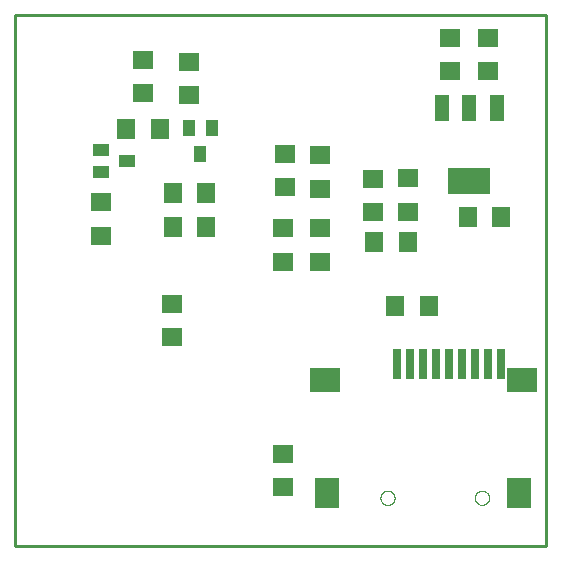
<source format=gbp>
G75*
%MOIN*%
%OFA0B0*%
%FSLAX25Y25*%
%IPPOS*%
%LPD*%
%AMOC8*
5,1,8,0,0,1.08239X$1,22.5*
%
%ADD10C,0.01000*%
%ADD11R,0.07087X0.06299*%
%ADD12R,0.06299X0.07087*%
%ADD13R,0.03937X0.05512*%
%ADD14R,0.07098X0.06299*%
%ADD15R,0.06299X0.07098*%
%ADD16R,0.05512X0.03937*%
%ADD17R,0.04800X0.08800*%
%ADD18R,0.14173X0.08661*%
%ADD19C,0.00000*%
%ADD20R,0.07874X0.10236*%
%ADD21R,0.09843X0.07874*%
%ADD22R,0.02756X0.10236*%
D10*
X0019234Y0003118D02*
X0019234Y0180283D01*
X0196399Y0180283D01*
X0196399Y0003118D01*
X0019234Y0003118D01*
D11*
X0164228Y0161486D03*
X0164228Y0172509D03*
X0176794Y0172609D03*
X0176794Y0161586D03*
D12*
X0181439Y0112961D03*
X0170415Y0112961D03*
X0083013Y0120835D03*
X0071990Y0120835D03*
D13*
X0081045Y0133827D03*
X0084785Y0142488D03*
X0077305Y0142488D03*
D14*
X0077208Y0153450D03*
X0077208Y0164647D03*
X0061985Y0165218D03*
X0061985Y0154021D03*
X0047974Y0117772D03*
X0047974Y0106575D03*
X0071596Y0083913D03*
X0071596Y0072717D03*
X0108604Y0097913D03*
X0108604Y0109110D03*
X0120809Y0109110D03*
X0120809Y0097913D03*
X0138619Y0114393D03*
X0138619Y0125590D03*
X0150143Y0125690D03*
X0150143Y0114493D03*
X0120809Y0122323D03*
X0120809Y0133520D03*
X0109391Y0133913D03*
X0109391Y0122717D03*
X0108604Y0033913D03*
X0108604Y0022717D03*
D15*
X0145987Y0083121D03*
X0157184Y0083121D03*
X0150267Y0104382D03*
X0139070Y0104382D03*
X0083100Y0109417D03*
X0071903Y0109417D03*
X0067546Y0142188D03*
X0056349Y0142188D03*
D16*
X0047974Y0135205D03*
X0047974Y0127724D03*
X0056635Y0131465D03*
D17*
X0161630Y0149216D03*
X0170730Y0149216D03*
X0179830Y0149216D03*
D18*
X0170730Y0124815D03*
D19*
X0172581Y0019220D02*
X0172583Y0019317D01*
X0172589Y0019414D01*
X0172599Y0019510D01*
X0172613Y0019606D01*
X0172631Y0019702D01*
X0172652Y0019796D01*
X0172678Y0019890D01*
X0172707Y0019982D01*
X0172741Y0020073D01*
X0172777Y0020163D01*
X0172818Y0020251D01*
X0172862Y0020337D01*
X0172910Y0020422D01*
X0172961Y0020504D01*
X0173015Y0020585D01*
X0173073Y0020663D01*
X0173134Y0020738D01*
X0173197Y0020811D01*
X0173264Y0020882D01*
X0173334Y0020949D01*
X0173406Y0021014D01*
X0173481Y0021075D01*
X0173559Y0021134D01*
X0173638Y0021189D01*
X0173720Y0021241D01*
X0173804Y0021289D01*
X0173890Y0021334D01*
X0173978Y0021376D01*
X0174067Y0021414D01*
X0174158Y0021448D01*
X0174250Y0021478D01*
X0174343Y0021505D01*
X0174438Y0021527D01*
X0174533Y0021546D01*
X0174629Y0021561D01*
X0174725Y0021572D01*
X0174822Y0021579D01*
X0174919Y0021582D01*
X0175016Y0021581D01*
X0175113Y0021576D01*
X0175209Y0021567D01*
X0175305Y0021554D01*
X0175401Y0021537D01*
X0175496Y0021516D01*
X0175589Y0021492D01*
X0175682Y0021463D01*
X0175774Y0021431D01*
X0175864Y0021395D01*
X0175952Y0021356D01*
X0176039Y0021312D01*
X0176124Y0021266D01*
X0176207Y0021215D01*
X0176288Y0021162D01*
X0176366Y0021105D01*
X0176443Y0021045D01*
X0176516Y0020982D01*
X0176587Y0020916D01*
X0176655Y0020847D01*
X0176721Y0020775D01*
X0176783Y0020701D01*
X0176842Y0020624D01*
X0176898Y0020545D01*
X0176951Y0020463D01*
X0177001Y0020380D01*
X0177046Y0020294D01*
X0177089Y0020207D01*
X0177128Y0020118D01*
X0177163Y0020028D01*
X0177194Y0019936D01*
X0177221Y0019843D01*
X0177245Y0019749D01*
X0177265Y0019654D01*
X0177281Y0019558D01*
X0177293Y0019462D01*
X0177301Y0019365D01*
X0177305Y0019268D01*
X0177305Y0019172D01*
X0177301Y0019075D01*
X0177293Y0018978D01*
X0177281Y0018882D01*
X0177265Y0018786D01*
X0177245Y0018691D01*
X0177221Y0018597D01*
X0177194Y0018504D01*
X0177163Y0018412D01*
X0177128Y0018322D01*
X0177089Y0018233D01*
X0177046Y0018146D01*
X0177001Y0018060D01*
X0176951Y0017977D01*
X0176898Y0017895D01*
X0176842Y0017816D01*
X0176783Y0017739D01*
X0176721Y0017665D01*
X0176655Y0017593D01*
X0176587Y0017524D01*
X0176516Y0017458D01*
X0176443Y0017395D01*
X0176366Y0017335D01*
X0176288Y0017278D01*
X0176207Y0017225D01*
X0176124Y0017174D01*
X0176039Y0017128D01*
X0175952Y0017084D01*
X0175864Y0017045D01*
X0175774Y0017009D01*
X0175682Y0016977D01*
X0175589Y0016948D01*
X0175496Y0016924D01*
X0175401Y0016903D01*
X0175305Y0016886D01*
X0175209Y0016873D01*
X0175113Y0016864D01*
X0175016Y0016859D01*
X0174919Y0016858D01*
X0174822Y0016861D01*
X0174725Y0016868D01*
X0174629Y0016879D01*
X0174533Y0016894D01*
X0174438Y0016913D01*
X0174343Y0016935D01*
X0174250Y0016962D01*
X0174158Y0016992D01*
X0174067Y0017026D01*
X0173978Y0017064D01*
X0173890Y0017106D01*
X0173804Y0017151D01*
X0173720Y0017199D01*
X0173638Y0017251D01*
X0173559Y0017306D01*
X0173481Y0017365D01*
X0173406Y0017426D01*
X0173334Y0017491D01*
X0173264Y0017558D01*
X0173197Y0017629D01*
X0173134Y0017702D01*
X0173073Y0017777D01*
X0173015Y0017855D01*
X0172961Y0017936D01*
X0172910Y0018018D01*
X0172862Y0018103D01*
X0172818Y0018189D01*
X0172777Y0018277D01*
X0172741Y0018367D01*
X0172707Y0018458D01*
X0172678Y0018550D01*
X0172652Y0018644D01*
X0172631Y0018738D01*
X0172613Y0018834D01*
X0172599Y0018930D01*
X0172589Y0019026D01*
X0172583Y0019123D01*
X0172581Y0019220D01*
X0141084Y0019220D02*
X0141086Y0019317D01*
X0141092Y0019414D01*
X0141102Y0019510D01*
X0141116Y0019606D01*
X0141134Y0019702D01*
X0141155Y0019796D01*
X0141181Y0019890D01*
X0141210Y0019982D01*
X0141244Y0020073D01*
X0141280Y0020163D01*
X0141321Y0020251D01*
X0141365Y0020337D01*
X0141413Y0020422D01*
X0141464Y0020504D01*
X0141518Y0020585D01*
X0141576Y0020663D01*
X0141637Y0020738D01*
X0141700Y0020811D01*
X0141767Y0020882D01*
X0141837Y0020949D01*
X0141909Y0021014D01*
X0141984Y0021075D01*
X0142062Y0021134D01*
X0142141Y0021189D01*
X0142223Y0021241D01*
X0142307Y0021289D01*
X0142393Y0021334D01*
X0142481Y0021376D01*
X0142570Y0021414D01*
X0142661Y0021448D01*
X0142753Y0021478D01*
X0142846Y0021505D01*
X0142941Y0021527D01*
X0143036Y0021546D01*
X0143132Y0021561D01*
X0143228Y0021572D01*
X0143325Y0021579D01*
X0143422Y0021582D01*
X0143519Y0021581D01*
X0143616Y0021576D01*
X0143712Y0021567D01*
X0143808Y0021554D01*
X0143904Y0021537D01*
X0143999Y0021516D01*
X0144092Y0021492D01*
X0144185Y0021463D01*
X0144277Y0021431D01*
X0144367Y0021395D01*
X0144455Y0021356D01*
X0144542Y0021312D01*
X0144627Y0021266D01*
X0144710Y0021215D01*
X0144791Y0021162D01*
X0144869Y0021105D01*
X0144946Y0021045D01*
X0145019Y0020982D01*
X0145090Y0020916D01*
X0145158Y0020847D01*
X0145224Y0020775D01*
X0145286Y0020701D01*
X0145345Y0020624D01*
X0145401Y0020545D01*
X0145454Y0020463D01*
X0145504Y0020380D01*
X0145549Y0020294D01*
X0145592Y0020207D01*
X0145631Y0020118D01*
X0145666Y0020028D01*
X0145697Y0019936D01*
X0145724Y0019843D01*
X0145748Y0019749D01*
X0145768Y0019654D01*
X0145784Y0019558D01*
X0145796Y0019462D01*
X0145804Y0019365D01*
X0145808Y0019268D01*
X0145808Y0019172D01*
X0145804Y0019075D01*
X0145796Y0018978D01*
X0145784Y0018882D01*
X0145768Y0018786D01*
X0145748Y0018691D01*
X0145724Y0018597D01*
X0145697Y0018504D01*
X0145666Y0018412D01*
X0145631Y0018322D01*
X0145592Y0018233D01*
X0145549Y0018146D01*
X0145504Y0018060D01*
X0145454Y0017977D01*
X0145401Y0017895D01*
X0145345Y0017816D01*
X0145286Y0017739D01*
X0145224Y0017665D01*
X0145158Y0017593D01*
X0145090Y0017524D01*
X0145019Y0017458D01*
X0144946Y0017395D01*
X0144869Y0017335D01*
X0144791Y0017278D01*
X0144710Y0017225D01*
X0144627Y0017174D01*
X0144542Y0017128D01*
X0144455Y0017084D01*
X0144367Y0017045D01*
X0144277Y0017009D01*
X0144185Y0016977D01*
X0144092Y0016948D01*
X0143999Y0016924D01*
X0143904Y0016903D01*
X0143808Y0016886D01*
X0143712Y0016873D01*
X0143616Y0016864D01*
X0143519Y0016859D01*
X0143422Y0016858D01*
X0143325Y0016861D01*
X0143228Y0016868D01*
X0143132Y0016879D01*
X0143036Y0016894D01*
X0142941Y0016913D01*
X0142846Y0016935D01*
X0142753Y0016962D01*
X0142661Y0016992D01*
X0142570Y0017026D01*
X0142481Y0017064D01*
X0142393Y0017106D01*
X0142307Y0017151D01*
X0142223Y0017199D01*
X0142141Y0017251D01*
X0142062Y0017306D01*
X0141984Y0017365D01*
X0141909Y0017426D01*
X0141837Y0017491D01*
X0141767Y0017558D01*
X0141700Y0017629D01*
X0141637Y0017702D01*
X0141576Y0017777D01*
X0141518Y0017855D01*
X0141464Y0017936D01*
X0141413Y0018018D01*
X0141365Y0018103D01*
X0141321Y0018189D01*
X0141280Y0018277D01*
X0141244Y0018367D01*
X0141210Y0018458D01*
X0141181Y0018550D01*
X0141155Y0018644D01*
X0141134Y0018738D01*
X0141116Y0018834D01*
X0141102Y0018930D01*
X0141092Y0019026D01*
X0141086Y0019123D01*
X0141084Y0019220D01*
D20*
X0123368Y0020795D03*
X0187147Y0020795D03*
D21*
X0188328Y0058591D03*
X0122580Y0058591D03*
D22*
X0146596Y0063709D03*
X0150927Y0063709D03*
X0155257Y0063709D03*
X0159588Y0063709D03*
X0163919Y0063709D03*
X0168250Y0063709D03*
X0172580Y0063709D03*
X0176911Y0063709D03*
X0181242Y0063709D03*
M02*

</source>
